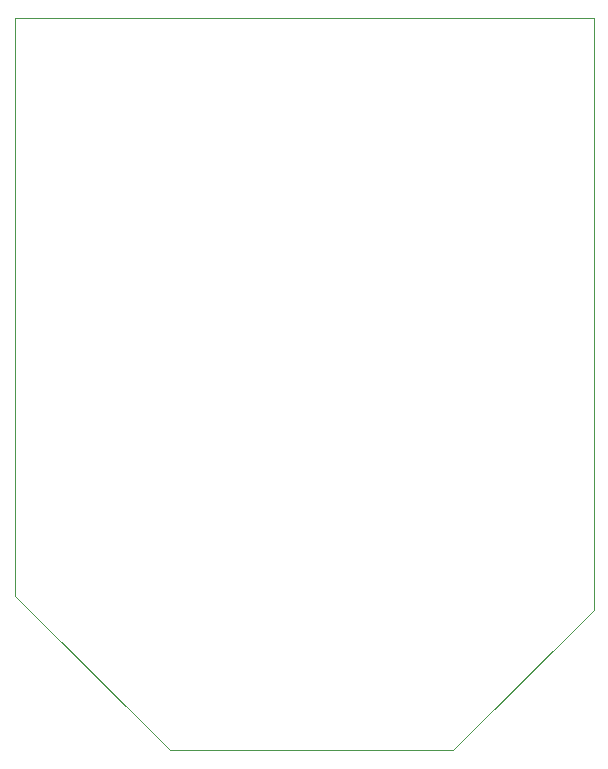
<source format=gm1>
%TF.GenerationSoftware,KiCad,Pcbnew,9.0.1*%
%TF.CreationDate,2025-08-12T13:46:24-07:00*%
%TF.ProjectId,fone,666f6e65-2e6b-4696-9361-645f70636258,0.5*%
%TF.SameCoordinates,Original*%
%TF.FileFunction,Profile,NP*%
%FSLAX46Y46*%
G04 Gerber Fmt 4.6, Leading zero omitted, Abs format (unit mm)*
G04 Created by KiCad (PCBNEW 9.0.1) date 2025-08-12 13:46:24*
%MOMM*%
%LPD*%
G01*
G04 APERTURE LIST*
%TA.AperFunction,Profile*%
%ADD10C,0.050000*%
%TD*%
G04 APERTURE END LIST*
D10*
X120100000Y-128000000D02*
X144100000Y-128000000D01*
X107000000Y-114900000D02*
X120100000Y-128000000D01*
X107000000Y-66000000D02*
X107000000Y-114900000D01*
X125810000Y-66000000D02*
X107000000Y-66000000D01*
X156000000Y-116100000D02*
X144100000Y-128000000D01*
X156000000Y-66000000D02*
X156000000Y-116100000D01*
X138210000Y-66000000D02*
X156000000Y-66000000D01*
X125810000Y-66000000D02*
X138210000Y-66000000D01*
M02*

</source>
